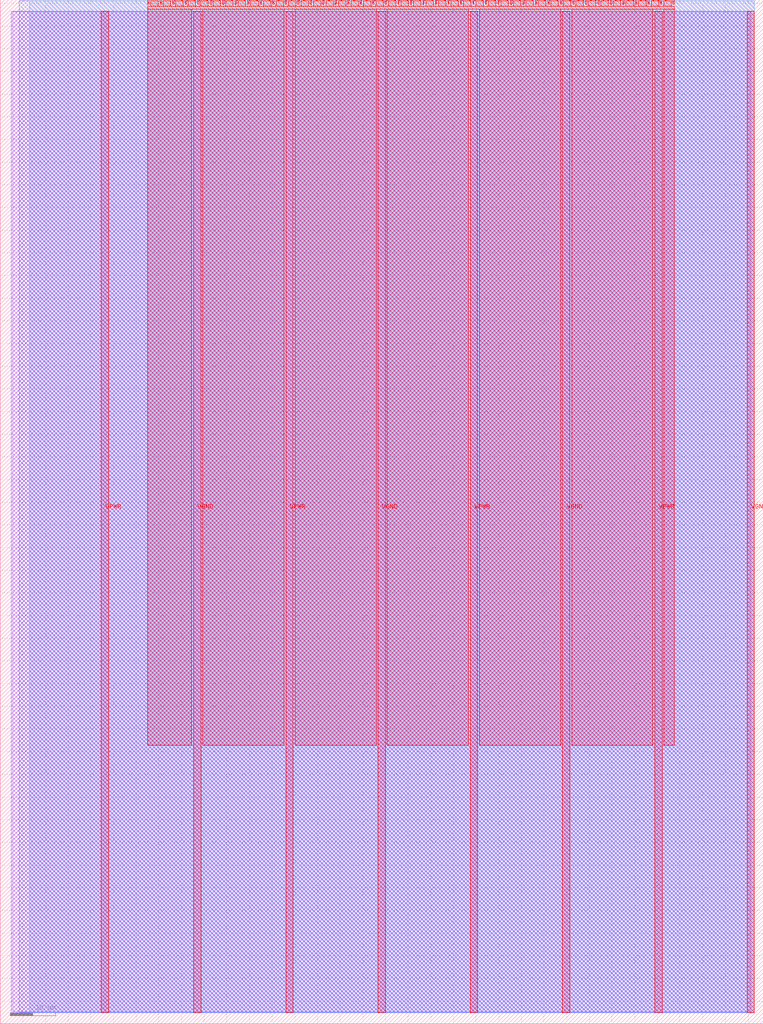
<source format=lef>
VERSION 5.7 ;
  NOWIREEXTENSIONATPIN ON ;
  DIVIDERCHAR "/" ;
  BUSBITCHARS "[]" ;
MACRO tt_um_jaylennee_wta_pwm_dup
  CLASS BLOCK ;
  FOREIGN tt_um_jaylennee_wta_pwm_dup ;
  ORIGIN 0.000 0.000 ;
  SIZE 168.360 BY 225.760 ;
  PIN VGND
    DIRECTION INOUT ;
    USE GROUND ;
    PORT
      LAYER met4 ;
        RECT 42.670 2.480 44.270 223.280 ;
    END
    PORT
      LAYER met4 ;
        RECT 83.380 2.480 84.980 223.280 ;
    END
    PORT
      LAYER met4 ;
        RECT 124.090 2.480 125.690 223.280 ;
    END
    PORT
      LAYER met4 ;
        RECT 164.800 2.480 166.400 223.280 ;
    END
  END VGND
  PIN VPWR
    DIRECTION INOUT ;
    USE POWER ;
    PORT
      LAYER met4 ;
        RECT 22.315 2.480 23.915 223.280 ;
    END
    PORT
      LAYER met4 ;
        RECT 63.025 2.480 64.625 223.280 ;
    END
    PORT
      LAYER met4 ;
        RECT 103.735 2.480 105.335 223.280 ;
    END
    PORT
      LAYER met4 ;
        RECT 144.445 2.480 146.045 223.280 ;
    END
  END VPWR
  PIN clk
    DIRECTION INPUT ;
    USE SIGNAL ;
    ANTENNAGATEAREA 0.852000 ;
    PORT
      LAYER met4 ;
        RECT 145.670 224.760 145.970 225.760 ;
    END
  END clk
  PIN ena
    DIRECTION INPUT ;
    USE SIGNAL ;
    PORT
      LAYER met4 ;
        RECT 148.430 224.760 148.730 225.760 ;
    END
  END ena
  PIN rst_n
    DIRECTION INPUT ;
    USE SIGNAL ;
    ANTENNAGATEAREA 0.126000 ;
    PORT
      LAYER met4 ;
        RECT 142.910 224.760 143.210 225.760 ;
    END
  END rst_n
  PIN ui_in[0]
    DIRECTION INPUT ;
    USE SIGNAL ;
    ANTENNAGATEAREA 0.196500 ;
    PORT
      LAYER met4 ;
        RECT 140.150 224.760 140.450 225.760 ;
    END
  END ui_in[0]
  PIN ui_in[1]
    DIRECTION INPUT ;
    USE SIGNAL ;
    ANTENNAGATEAREA 0.213000 ;
    PORT
      LAYER met4 ;
        RECT 137.390 224.760 137.690 225.760 ;
    END
  END ui_in[1]
  PIN ui_in[2]
    DIRECTION INPUT ;
    USE SIGNAL ;
    ANTENNAGATEAREA 0.196500 ;
    PORT
      LAYER met4 ;
        RECT 134.630 224.760 134.930 225.760 ;
    END
  END ui_in[2]
  PIN ui_in[3]
    DIRECTION INPUT ;
    USE SIGNAL ;
    ANTENNAGATEAREA 0.196500 ;
    PORT
      LAYER met4 ;
        RECT 131.870 224.760 132.170 225.760 ;
    END
  END ui_in[3]
  PIN ui_in[4]
    DIRECTION INPUT ;
    USE SIGNAL ;
    ANTENNAGATEAREA 0.247500 ;
    PORT
      LAYER met4 ;
        RECT 129.110 224.760 129.410 225.760 ;
    END
  END ui_in[4]
  PIN ui_in[5]
    DIRECTION INPUT ;
    USE SIGNAL ;
    PORT
      LAYER met4 ;
        RECT 126.350 224.760 126.650 225.760 ;
    END
  END ui_in[5]
  PIN ui_in[6]
    DIRECTION INPUT ;
    USE SIGNAL ;
    PORT
      LAYER met4 ;
        RECT 123.590 224.760 123.890 225.760 ;
    END
  END ui_in[6]
  PIN ui_in[7]
    DIRECTION INPUT ;
    USE SIGNAL ;
    PORT
      LAYER met4 ;
        RECT 120.830 224.760 121.130 225.760 ;
    END
  END ui_in[7]
  PIN uio_in[0]
    DIRECTION INPUT ;
    USE SIGNAL ;
    ANTENNAGATEAREA 0.196500 ;
    PORT
      LAYER met4 ;
        RECT 118.070 224.760 118.370 225.760 ;
    END
  END uio_in[0]
  PIN uio_in[1]
    DIRECTION INPUT ;
    USE SIGNAL ;
    ANTENNAGATEAREA 0.196500 ;
    PORT
      LAYER met4 ;
        RECT 115.310 224.760 115.610 225.760 ;
    END
  END uio_in[1]
  PIN uio_in[2]
    DIRECTION INPUT ;
    USE SIGNAL ;
    ANTENNAGATEAREA 0.196500 ;
    PORT
      LAYER met4 ;
        RECT 112.550 224.760 112.850 225.760 ;
    END
  END uio_in[2]
  PIN uio_in[3]
    DIRECTION INPUT ;
    USE SIGNAL ;
    ANTENNAGATEAREA 0.196500 ;
    PORT
      LAYER met4 ;
        RECT 109.790 224.760 110.090 225.760 ;
    END
  END uio_in[3]
  PIN uio_in[4]
    DIRECTION INPUT ;
    USE SIGNAL ;
    ANTENNAGATEAREA 0.196500 ;
    PORT
      LAYER met4 ;
        RECT 107.030 224.760 107.330 225.760 ;
    END
  END uio_in[4]
  PIN uio_in[5]
    DIRECTION INPUT ;
    USE SIGNAL ;
    ANTENNAGATEAREA 0.196500 ;
    PORT
      LAYER met4 ;
        RECT 104.270 224.760 104.570 225.760 ;
    END
  END uio_in[5]
  PIN uio_in[6]
    DIRECTION INPUT ;
    USE SIGNAL ;
    ANTENNAGATEAREA 0.196500 ;
    PORT
      LAYER met4 ;
        RECT 101.510 224.760 101.810 225.760 ;
    END
  END uio_in[6]
  PIN uio_in[7]
    DIRECTION INPUT ;
    USE SIGNAL ;
    ANTENNAGATEAREA 0.196500 ;
    PORT
      LAYER met4 ;
        RECT 98.750 224.760 99.050 225.760 ;
    END
  END uio_in[7]
  PIN uio_oe[0]
    DIRECTION OUTPUT TRISTATE ;
    USE SIGNAL ;
    PORT
      LAYER met4 ;
        RECT 51.830 224.760 52.130 225.760 ;
    END
  END uio_oe[0]
  PIN uio_oe[1]
    DIRECTION OUTPUT TRISTATE ;
    USE SIGNAL ;
    PORT
      LAYER met4 ;
        RECT 49.070 224.760 49.370 225.760 ;
    END
  END uio_oe[1]
  PIN uio_oe[2]
    DIRECTION OUTPUT TRISTATE ;
    USE SIGNAL ;
    PORT
      LAYER met4 ;
        RECT 46.310 224.760 46.610 225.760 ;
    END
  END uio_oe[2]
  PIN uio_oe[3]
    DIRECTION OUTPUT TRISTATE ;
    USE SIGNAL ;
    PORT
      LAYER met4 ;
        RECT 43.550 224.760 43.850 225.760 ;
    END
  END uio_oe[3]
  PIN uio_oe[4]
    DIRECTION OUTPUT TRISTATE ;
    USE SIGNAL ;
    PORT
      LAYER met4 ;
        RECT 40.790 224.760 41.090 225.760 ;
    END
  END uio_oe[4]
  PIN uio_oe[5]
    DIRECTION OUTPUT TRISTATE ;
    USE SIGNAL ;
    PORT
      LAYER met4 ;
        RECT 38.030 224.760 38.330 225.760 ;
    END
  END uio_oe[5]
  PIN uio_oe[6]
    DIRECTION OUTPUT TRISTATE ;
    USE SIGNAL ;
    PORT
      LAYER met4 ;
        RECT 35.270 224.760 35.570 225.760 ;
    END
  END uio_oe[6]
  PIN uio_oe[7]
    DIRECTION OUTPUT TRISTATE ;
    USE SIGNAL ;
    PORT
      LAYER met4 ;
        RECT 32.510 224.760 32.810 225.760 ;
    END
  END uio_oe[7]
  PIN uio_out[0]
    DIRECTION OUTPUT TRISTATE ;
    USE SIGNAL ;
    PORT
      LAYER met4 ;
        RECT 73.910 224.760 74.210 225.760 ;
    END
  END uio_out[0]
  PIN uio_out[1]
    DIRECTION OUTPUT TRISTATE ;
    USE SIGNAL ;
    PORT
      LAYER met4 ;
        RECT 71.150 224.760 71.450 225.760 ;
    END
  END uio_out[1]
  PIN uio_out[2]
    DIRECTION OUTPUT TRISTATE ;
    USE SIGNAL ;
    PORT
      LAYER met4 ;
        RECT 68.390 224.760 68.690 225.760 ;
    END
  END uio_out[2]
  PIN uio_out[3]
    DIRECTION OUTPUT TRISTATE ;
    USE SIGNAL ;
    PORT
      LAYER met4 ;
        RECT 65.630 224.760 65.930 225.760 ;
    END
  END uio_out[3]
  PIN uio_out[4]
    DIRECTION OUTPUT TRISTATE ;
    USE SIGNAL ;
    PORT
      LAYER met4 ;
        RECT 62.870 224.760 63.170 225.760 ;
    END
  END uio_out[4]
  PIN uio_out[5]
    DIRECTION OUTPUT TRISTATE ;
    USE SIGNAL ;
    PORT
      LAYER met4 ;
        RECT 60.110 224.760 60.410 225.760 ;
    END
  END uio_out[5]
  PIN uio_out[6]
    DIRECTION OUTPUT TRISTATE ;
    USE SIGNAL ;
    PORT
      LAYER met4 ;
        RECT 57.350 224.760 57.650 225.760 ;
    END
  END uio_out[6]
  PIN uio_out[7]
    DIRECTION OUTPUT TRISTATE ;
    USE SIGNAL ;
    PORT
      LAYER met4 ;
        RECT 54.590 224.760 54.890 225.760 ;
    END
  END uio_out[7]
  PIN uo_out[0]
    DIRECTION OUTPUT TRISTATE ;
    USE SIGNAL ;
    ANTENNADIFFAREA 0.795200 ;
    PORT
      LAYER met4 ;
        RECT 95.990 224.760 96.290 225.760 ;
    END
  END uo_out[0]
  PIN uo_out[1]
    DIRECTION OUTPUT TRISTATE ;
    USE SIGNAL ;
    ANTENNADIFFAREA 0.795200 ;
    PORT
      LAYER met4 ;
        RECT 93.230 224.760 93.530 225.760 ;
    END
  END uo_out[1]
  PIN uo_out[2]
    DIRECTION OUTPUT TRISTATE ;
    USE SIGNAL ;
    ANTENNADIFFAREA 0.795200 ;
    PORT
      LAYER met4 ;
        RECT 90.470 224.760 90.770 225.760 ;
    END
  END uo_out[2]
  PIN uo_out[3]
    DIRECTION OUTPUT TRISTATE ;
    USE SIGNAL ;
    ANTENNADIFFAREA 0.795200 ;
    PORT
      LAYER met4 ;
        RECT 87.710 224.760 88.010 225.760 ;
    END
  END uo_out[3]
  PIN uo_out[4]
    DIRECTION OUTPUT TRISTATE ;
    USE SIGNAL ;
    ANTENNADIFFAREA 0.795200 ;
    PORT
      LAYER met4 ;
        RECT 84.950 224.760 85.250 225.760 ;
    END
  END uo_out[4]
  PIN uo_out[5]
    DIRECTION OUTPUT TRISTATE ;
    USE SIGNAL ;
    ANTENNADIFFAREA 0.795200 ;
    PORT
      LAYER met4 ;
        RECT 82.190 224.760 82.490 225.760 ;
    END
  END uo_out[5]
  PIN uo_out[6]
    DIRECTION OUTPUT TRISTATE ;
    USE SIGNAL ;
    ANTENNADIFFAREA 0.795200 ;
    PORT
      LAYER met4 ;
        RECT 79.430 224.760 79.730 225.760 ;
    END
  END uo_out[6]
  PIN uo_out[7]
    DIRECTION OUTPUT TRISTATE ;
    USE SIGNAL ;
    ANTENNADIFFAREA 0.795200 ;
    PORT
      LAYER met4 ;
        RECT 76.670 224.760 76.970 225.760 ;
    END
  END uo_out[7]
  OBS
      LAYER li1 ;
        RECT 2.760 2.635 165.600 223.125 ;
      LAYER met1 ;
        RECT 2.460 2.480 166.400 223.280 ;
      LAYER met2 ;
        RECT 4.240 2.535 166.370 225.605 ;
      LAYER met3 ;
        RECT 6.505 2.555 166.390 225.585 ;
      LAYER met4 ;
        RECT 33.210 224.360 34.870 225.585 ;
        RECT 35.970 224.360 37.630 225.585 ;
        RECT 38.730 224.360 40.390 225.585 ;
        RECT 41.490 224.360 43.150 225.585 ;
        RECT 44.250 224.360 45.910 225.585 ;
        RECT 47.010 224.360 48.670 225.585 ;
        RECT 49.770 224.360 51.430 225.585 ;
        RECT 52.530 224.360 54.190 225.585 ;
        RECT 55.290 224.360 56.950 225.585 ;
        RECT 58.050 224.360 59.710 225.585 ;
        RECT 60.810 224.360 62.470 225.585 ;
        RECT 63.570 224.360 65.230 225.585 ;
        RECT 66.330 224.360 67.990 225.585 ;
        RECT 69.090 224.360 70.750 225.585 ;
        RECT 71.850 224.360 73.510 225.585 ;
        RECT 74.610 224.360 76.270 225.585 ;
        RECT 77.370 224.360 79.030 225.585 ;
        RECT 80.130 224.360 81.790 225.585 ;
        RECT 82.890 224.360 84.550 225.585 ;
        RECT 85.650 224.360 87.310 225.585 ;
        RECT 88.410 224.360 90.070 225.585 ;
        RECT 91.170 224.360 92.830 225.585 ;
        RECT 93.930 224.360 95.590 225.585 ;
        RECT 96.690 224.360 98.350 225.585 ;
        RECT 99.450 224.360 101.110 225.585 ;
        RECT 102.210 224.360 103.870 225.585 ;
        RECT 104.970 224.360 106.630 225.585 ;
        RECT 107.730 224.360 109.390 225.585 ;
        RECT 110.490 224.360 112.150 225.585 ;
        RECT 113.250 224.360 114.910 225.585 ;
        RECT 116.010 224.360 117.670 225.585 ;
        RECT 118.770 224.360 120.430 225.585 ;
        RECT 121.530 224.360 123.190 225.585 ;
        RECT 124.290 224.360 125.950 225.585 ;
        RECT 127.050 224.360 128.710 225.585 ;
        RECT 129.810 224.360 131.470 225.585 ;
        RECT 132.570 224.360 134.230 225.585 ;
        RECT 135.330 224.360 136.990 225.585 ;
        RECT 138.090 224.360 139.750 225.585 ;
        RECT 140.850 224.360 142.510 225.585 ;
        RECT 143.610 224.360 145.270 225.585 ;
        RECT 146.370 224.360 148.030 225.585 ;
        RECT 32.495 223.680 148.745 224.360 ;
        RECT 32.495 61.375 42.270 223.680 ;
        RECT 44.670 61.375 62.625 223.680 ;
        RECT 65.025 61.375 82.980 223.680 ;
        RECT 85.380 61.375 103.335 223.680 ;
        RECT 105.735 61.375 123.690 223.680 ;
        RECT 126.090 61.375 144.045 223.680 ;
        RECT 146.445 61.375 148.745 223.680 ;
  END
END tt_um_jaylennee_wta_pwm_dup
END LIBRARY


</source>
